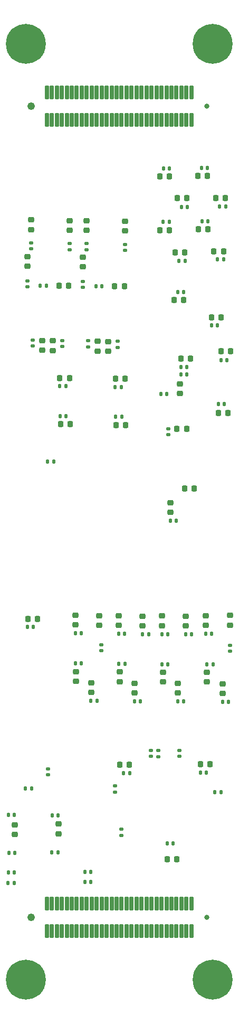
<source format=gbr>
%TF.GenerationSoftware,KiCad,Pcbnew,9.0.4-9.0.4-0~ubuntu22.04.1*%
%TF.CreationDate,2026-01-05T08:42:25-05:00*%
%TF.ProjectId,psc_daughter_brd,7073635f-6461-4756-9768-7465725f6272,rev?*%
%TF.SameCoordinates,Original*%
%TF.FileFunction,Soldermask,Bot*%
%TF.FilePolarity,Negative*%
%FSLAX46Y46*%
G04 Gerber Fmt 4.6, Leading zero omitted, Abs format (unit mm)*
G04 Created by KiCad (PCBNEW 9.0.4-9.0.4-0~ubuntu22.04.1) date 2026-01-05 08:42:25*
%MOMM*%
%LPD*%
G01*
G04 APERTURE LIST*
G04 Aperture macros list*
%AMRoundRect*
0 Rectangle with rounded corners*
0 $1 Rounding radius*
0 $2 $3 $4 $5 $6 $7 $8 $9 X,Y pos of 4 corners*
0 Add a 4 corners polygon primitive as box body*
4,1,4,$2,$3,$4,$5,$6,$7,$8,$9,$2,$3,0*
0 Add four circle primitives for the rounded corners*
1,1,$1+$1,$2,$3*
1,1,$1+$1,$4,$5*
1,1,$1+$1,$6,$7*
1,1,$1+$1,$8,$9*
0 Add four rect primitives between the rounded corners*
20,1,$1+$1,$2,$3,$4,$5,0*
20,1,$1+$1,$4,$5,$6,$7,0*
20,1,$1+$1,$6,$7,$8,$9,0*
20,1,$1+$1,$8,$9,$2,$3,0*%
G04 Aperture macros list end*
%ADD10RoundRect,0.140000X-0.140000X-0.170000X0.140000X-0.170000X0.140000X0.170000X-0.140000X0.170000X0*%
%ADD11RoundRect,0.225000X-0.225000X-0.250000X0.225000X-0.250000X0.225000X0.250000X-0.225000X0.250000X0*%
%ADD12RoundRect,0.140000X0.140000X0.170000X-0.140000X0.170000X-0.140000X-0.170000X0.140000X-0.170000X0*%
%ADD13RoundRect,0.225000X0.250000X-0.225000X0.250000X0.225000X-0.250000X0.225000X-0.250000X-0.225000X0*%
%ADD14RoundRect,0.225000X-0.250000X0.225000X-0.250000X-0.225000X0.250000X-0.225000X0.250000X0.225000X0*%
%ADD15RoundRect,0.140000X-0.170000X0.140000X-0.170000X-0.140000X0.170000X-0.140000X0.170000X0.140000X0*%
%ADD16RoundRect,0.225000X0.225000X0.250000X-0.225000X0.250000X-0.225000X-0.250000X0.225000X-0.250000X0*%
%ADD17C,3.600000*%
%ADD18C,6.400000*%
%ADD19RoundRect,0.140000X0.170000X-0.140000X0.170000X0.140000X-0.170000X0.140000X-0.170000X-0.140000X0*%
%ADD20C,0.830000*%
%ADD21C,1.230000*%
%ADD22RoundRect,0.102000X0.250000X1.000000X-0.250000X1.000000X-0.250000X-1.000000X0.250000X-1.000000X0*%
G04 APERTURE END LIST*
D10*
%TO.C,C108*%
X145290000Y-130430000D03*
X146250000Y-130430000D03*
%TD*%
D11*
%TO.C,C106*%
X145345000Y-129140000D03*
X146895000Y-129140000D03*
%TD*%
D12*
%TO.C,C104*%
X143250000Y-166700000D03*
X142290000Y-166700000D03*
%TD*%
D10*
%TO.C,C102*%
X144990000Y-156370000D03*
X145950000Y-156370000D03*
%TD*%
%TO.C,C87*%
X163765000Y-131608150D03*
X164725000Y-131608150D03*
%TD*%
%TO.C,C81*%
X159950000Y-136373150D03*
X160910000Y-136373150D03*
%TD*%
D13*
%TO.C,C80*%
X162480000Y-141023150D03*
X162480000Y-139473150D03*
%TD*%
D10*
%TO.C,C82*%
X162450000Y-142373150D03*
X163410000Y-142373150D03*
%TD*%
D13*
%TO.C,C84*%
X163745000Y-130258150D03*
X163745000Y-128708150D03*
%TD*%
D10*
%TO.C,C86*%
X159915000Y-131558150D03*
X160875000Y-131558150D03*
%TD*%
D13*
%TO.C,C79*%
X159945000Y-130208150D03*
X159945000Y-128658150D03*
%TD*%
D14*
%TO.C,C83*%
X160080000Y-137673150D03*
X160080000Y-139223150D03*
%TD*%
D10*
%TO.C,C5*%
X170700000Y-131650000D03*
X171660000Y-131650000D03*
%TD*%
%TO.C,C4*%
X166885000Y-136415000D03*
X167845000Y-136415000D03*
%TD*%
D13*
%TO.C,C3*%
X169415000Y-141065000D03*
X169415000Y-139515000D03*
%TD*%
D10*
%TO.C,C10*%
X169385000Y-142415000D03*
X170345000Y-142415000D03*
%TD*%
D13*
%TO.C,C7*%
X170680000Y-130300000D03*
X170680000Y-128750000D03*
%TD*%
D10*
%TO.C,C9*%
X166850000Y-131600000D03*
X167810000Y-131600000D03*
%TD*%
D13*
%TO.C,C2*%
X166880000Y-130250000D03*
X166880000Y-128700000D03*
%TD*%
D14*
%TO.C,C6*%
X167015000Y-137715000D03*
X167015000Y-139265000D03*
%TD*%
D13*
%TO.C,C126*%
X154162500Y-72737500D03*
X154162500Y-71187500D03*
%TD*%
D15*
%TO.C,C139*%
X159762500Y-84662500D03*
X159762500Y-85622500D03*
%TD*%
%TO.C,C174*%
X150846500Y-84548300D03*
X150846500Y-85508300D03*
%TD*%
D11*
%TO.C,C145*%
X159512500Y-98062500D03*
X161062500Y-98062500D03*
%TD*%
D10*
%TO.C,C181*%
X150546500Y-96648300D03*
X151506500Y-96648300D03*
%TD*%
D15*
%TO.C,C138*%
X155062500Y-84582500D03*
X155062500Y-85542500D03*
%TD*%
%TO.C,C158*%
X152046500Y-68988300D03*
X152046500Y-69948300D03*
%TD*%
D11*
%TO.C,C156*%
X150371500Y-75748300D03*
X151921500Y-75748300D03*
%TD*%
D15*
%TO.C,C173*%
X146146500Y-84468300D03*
X146146500Y-85428300D03*
%TD*%
D13*
%TO.C,C119*%
X154762500Y-66862500D03*
X154762500Y-65312500D03*
%TD*%
D12*
%TO.C,C130*%
X157222500Y-75862500D03*
X156262500Y-75862500D03*
%TD*%
D14*
%TO.C,C136*%
X156562500Y-84662500D03*
X156562500Y-86212500D03*
%TD*%
D12*
%TO.C,C165*%
X148306500Y-75748300D03*
X147346500Y-75748300D03*
%TD*%
D13*
%TO.C,C121*%
X160962500Y-66962500D03*
X160962500Y-65412500D03*
%TD*%
D11*
%TO.C,C127*%
X159287500Y-75862500D03*
X160837500Y-75862500D03*
%TD*%
D13*
%TO.C,C161*%
X145846500Y-66748300D03*
X145846500Y-65198300D03*
%TD*%
D15*
%TO.C,C163*%
X145846500Y-68888300D03*
X145846500Y-69848300D03*
%TD*%
D13*
%TO.C,C154*%
X145246500Y-72623300D03*
X145246500Y-71073300D03*
%TD*%
D10*
%TO.C,C144*%
X159382500Y-91962500D03*
X160342500Y-91962500D03*
%TD*%
%TO.C,C146*%
X159462500Y-96762500D03*
X160422500Y-96762500D03*
%TD*%
D15*
%TO.C,C123*%
X160962500Y-69102500D03*
X160962500Y-70062500D03*
%TD*%
%TO.C,C152*%
X145246500Y-74968300D03*
X145246500Y-75928300D03*
%TD*%
D10*
%TO.C,C179*%
X150466500Y-91848300D03*
X151426500Y-91848300D03*
%TD*%
D15*
%TO.C,C128*%
X154162500Y-75082500D03*
X154162500Y-76042500D03*
%TD*%
D14*
%TO.C,C137*%
X158262500Y-84687500D03*
X158262500Y-86237500D03*
%TD*%
%TO.C,C172*%
X149346500Y-84573300D03*
X149346500Y-86123300D03*
%TD*%
D15*
%TO.C,C117*%
X154762500Y-69002500D03*
X154762500Y-69962500D03*
%TD*%
D11*
%TO.C,C143*%
X159387500Y-90662500D03*
X160937500Y-90662500D03*
%TD*%
D13*
%TO.C,C162*%
X152046500Y-66848300D03*
X152046500Y-65298300D03*
%TD*%
D14*
%TO.C,C171*%
X147646500Y-84548300D03*
X147646500Y-86098300D03*
%TD*%
D11*
%TO.C,C180*%
X150596500Y-97948300D03*
X152146500Y-97948300D03*
%TD*%
%TO.C,C178*%
X150471500Y-90548300D03*
X152021500Y-90548300D03*
%TD*%
D16*
%TO.C,C32*%
X172056500Y-108225000D03*
X170506500Y-108225000D03*
%TD*%
D12*
%TO.C,C99*%
X161680000Y-153880000D03*
X160720000Y-153880000D03*
%TD*%
D10*
%TO.C,C67*%
X167690000Y-165150000D03*
X168650000Y-165150000D03*
%TD*%
D17*
%TO.C,MT2*%
X145000000Y-187000000D03*
D18*
X145000000Y-187000000D03*
%TD*%
D17*
%TO.C,MT4*%
X175000000Y-37000000D03*
D18*
X175000000Y-37000000D03*
%TD*%
D10*
%TO.C,C64*%
X173045000Y-153825000D03*
X174005000Y-153825000D03*
%TD*%
D11*
%TO.C,C57*%
X173050000Y-152425000D03*
X174600000Y-152425000D03*
%TD*%
%TO.C,C66*%
X167725000Y-167730000D03*
X169275000Y-167730000D03*
%TD*%
D17*
%TO.C,MT3*%
X175000000Y-187000000D03*
D18*
X175000000Y-187000000D03*
%TD*%
D16*
%TO.C,C98*%
X161650000Y-152525000D03*
X160100000Y-152525000D03*
%TD*%
D17*
%TO.C,MT1*%
X145000000Y-37000000D03*
D18*
X145000000Y-37000000D03*
%TD*%
D10*
%TO.C,C58*%
X175375000Y-156900000D03*
X176335000Y-156900000D03*
%TD*%
D12*
%TO.C,C47*%
X168061500Y-56925000D03*
X167101500Y-56925000D03*
%TD*%
D10*
%TO.C,C76*%
X174105000Y-136415000D03*
X175065000Y-136415000D03*
%TD*%
D16*
%TO.C,C40*%
X177056500Y-61725000D03*
X175506500Y-61725000D03*
%TD*%
%TO.C,C23*%
X170356500Y-78025000D03*
X168806500Y-78025000D03*
%TD*%
D12*
%TO.C,C37*%
X174241500Y-65425000D03*
X173281500Y-65425000D03*
%TD*%
D10*
%TO.C,C20*%
X169915000Y-88775000D03*
X170875000Y-88775000D03*
%TD*%
%TO.C,C191*%
X154490000Y-169750000D03*
X155450000Y-169750000D03*
%TD*%
D15*
%TO.C,C97*%
X157125000Y-133315000D03*
X157125000Y-134275000D03*
%TD*%
%TO.C,C13*%
X167925000Y-98690000D03*
X167925000Y-99650000D03*
%TD*%
D14*
%TO.C,C15*%
X169775000Y-91500000D03*
X169775000Y-93050000D03*
%TD*%
D13*
%TO.C,C89*%
X152980000Y-130133150D03*
X152980000Y-128583150D03*
%TD*%
D19*
%TO.C,C65*%
X159340000Y-156900000D03*
X159340000Y-155940000D03*
%TD*%
D11*
%TO.C,C17*%
X176375000Y-86275000D03*
X177925000Y-86275000D03*
%TD*%
D16*
%TO.C,C43*%
X168056500Y-58225000D03*
X166506500Y-58225000D03*
%TD*%
D10*
%TO.C,C49*%
X168200000Y-113450000D03*
X169160000Y-113450000D03*
%TD*%
D19*
%TO.C,C55*%
X166320000Y-151230000D03*
X166320000Y-150270000D03*
%TD*%
D11*
%TO.C,C22*%
X174806500Y-80825000D03*
X176356500Y-80825000D03*
%TD*%
D10*
%TO.C,C91*%
X152950000Y-131483150D03*
X153910000Y-131483150D03*
%TD*%
D14*
%TO.C,C187*%
X143250000Y-162150000D03*
X143250000Y-163700000D03*
%TD*%
D19*
%TO.C,C184*%
X148600000Y-154160000D03*
X148600000Y-153200000D03*
%TD*%
D10*
%TO.C,C71*%
X173905000Y-131515000D03*
X174865000Y-131515000D03*
%TD*%
D12*
%TO.C,C190*%
X150160000Y-166578150D03*
X149200000Y-166578150D03*
%TD*%
D16*
%TO.C,C30*%
X170556500Y-70425000D03*
X169006500Y-70425000D03*
%TD*%
D15*
%TO.C,C72*%
X177800000Y-133375000D03*
X177800000Y-134335000D03*
%TD*%
D12*
%TO.C,C34*%
X176761500Y-71525000D03*
X175801500Y-71525000D03*
%TD*%
D10*
%TO.C,C164*%
X148520000Y-103900000D03*
X149480000Y-103900000D03*
%TD*%
%TO.C,C16*%
X169925000Y-89975000D03*
X170885000Y-89975000D03*
%TD*%
D16*
%TO.C,C28*%
X176756500Y-70225000D03*
X175206500Y-70225000D03*
%TD*%
D14*
%TO.C,C194*%
X150250000Y-162050000D03*
X150250000Y-163600000D03*
%TD*%
D13*
%TO.C,C90*%
X155515000Y-140948150D03*
X155515000Y-139398150D03*
%TD*%
%TO.C,C94*%
X156780000Y-130183150D03*
X156780000Y-128633150D03*
%TD*%
D14*
%TO.C,C73*%
X174085000Y-137715000D03*
X174085000Y-139265000D03*
%TD*%
D12*
%TO.C,C39*%
X168041500Y-65525000D03*
X167081500Y-65525000D03*
%TD*%
D16*
%TO.C,C42*%
X174156500Y-58125000D03*
X172606500Y-58125000D03*
%TD*%
%TO.C,C33*%
X168056500Y-66825000D03*
X166506500Y-66825000D03*
%TD*%
D12*
%TO.C,C25*%
X170361500Y-76725000D03*
X169401500Y-76725000D03*
%TD*%
D11*
%TO.C,C11*%
X169275000Y-98650000D03*
X170825000Y-98650000D03*
%TD*%
D10*
%TO.C,C92*%
X155485000Y-142298150D03*
X156445000Y-142298150D03*
%TD*%
D13*
%TO.C,C70*%
X177785000Y-130165000D03*
X177785000Y-128615000D03*
%TD*%
D10*
%TO.C,C189*%
X154520000Y-171300000D03*
X155480000Y-171300000D03*
%TD*%
D11*
%TO.C,C18*%
X169900000Y-87425000D03*
X171450000Y-87425000D03*
%TD*%
D10*
%TO.C,C77*%
X176605000Y-142465000D03*
X177565000Y-142465000D03*
%TD*%
D19*
%TO.C,C53*%
X165100000Y-151210000D03*
X165100000Y-150250000D03*
%TD*%
D12*
%TO.C,C192*%
X150222500Y-160627750D03*
X149262500Y-160627750D03*
%TD*%
D14*
%TO.C,C93*%
X153115000Y-137598150D03*
X153115000Y-139148150D03*
%TD*%
D12*
%TO.C,C183*%
X143180000Y-169800000D03*
X142220000Y-169800000D03*
%TD*%
%TO.C,C185*%
X143186600Y-160621850D03*
X142226600Y-160621850D03*
%TD*%
D16*
%TO.C,C31*%
X174231500Y-66725000D03*
X172681500Y-66725000D03*
%TD*%
D10*
%TO.C,C19*%
X176345000Y-87650000D03*
X177305000Y-87650000D03*
%TD*%
D12*
%TO.C,C46*%
X174161500Y-56825000D03*
X173201500Y-56825000D03*
%TD*%
%TO.C,C44*%
X177081500Y-63025000D03*
X176121500Y-63025000D03*
%TD*%
D19*
%TO.C,C56*%
X169675000Y-151210000D03*
X169675000Y-150250000D03*
%TD*%
D10*
%TO.C,C14*%
X175895000Y-94725000D03*
X176855000Y-94725000D03*
%TD*%
D12*
%TO.C,C182*%
X143150000Y-171534100D03*
X142190000Y-171534100D03*
%TD*%
D13*
%TO.C,C69*%
X173935000Y-130215000D03*
X173935000Y-128665000D03*
%TD*%
D20*
%TO.C,J2*%
X174100000Y-177000000D03*
D21*
X145900000Y-177000000D03*
D22*
X148400000Y-174800000D03*
X148400000Y-179200000D03*
X149200000Y-174800000D03*
X149200000Y-179200000D03*
X150000000Y-174800000D03*
X150000000Y-179200000D03*
X150800000Y-174800000D03*
X150800000Y-179200000D03*
X151600000Y-174800000D03*
X151600000Y-179200000D03*
X152400000Y-174800000D03*
X152400000Y-179200000D03*
X153200000Y-174800000D03*
X153200000Y-179200000D03*
X154000000Y-174800000D03*
X154000000Y-179200000D03*
X154800000Y-174800000D03*
X154800000Y-179200000D03*
X155600000Y-174800000D03*
X155600000Y-179200000D03*
X156400000Y-174800000D03*
X156400000Y-179200000D03*
X157200000Y-174800000D03*
X157200000Y-179200000D03*
X158000000Y-174800000D03*
X158000000Y-179200000D03*
X158800000Y-174800000D03*
X158800000Y-179200000D03*
X159600000Y-174800000D03*
X159600000Y-179200000D03*
X160400000Y-174800000D03*
X160400000Y-179200000D03*
X161200000Y-174800000D03*
X161200000Y-179200000D03*
X162000000Y-174800000D03*
X162000000Y-179200000D03*
X162800000Y-174800000D03*
X162800000Y-179200000D03*
X163600000Y-174800000D03*
X163600000Y-179200000D03*
X164400000Y-174800000D03*
X164400000Y-179200000D03*
X165200000Y-174800000D03*
X165200000Y-179200000D03*
X166000000Y-174800000D03*
X166000000Y-179200000D03*
X166800000Y-174800000D03*
X166800000Y-179200000D03*
X167600000Y-174800000D03*
X167600000Y-179200000D03*
X168400000Y-174800000D03*
X168400000Y-179200000D03*
X169200000Y-174800000D03*
X169200000Y-179200000D03*
X170000000Y-174800000D03*
X170000000Y-179200000D03*
X170800000Y-174800000D03*
X170800000Y-179200000D03*
X171600000Y-174800000D03*
X171600000Y-179200000D03*
%TD*%
D11*
%TO.C,C12*%
X175925000Y-96125000D03*
X177475000Y-96125000D03*
%TD*%
D10*
%TO.C,C24*%
X174821500Y-82125000D03*
X175781500Y-82125000D03*
%TD*%
D12*
%TO.C,C45*%
X170981500Y-63125000D03*
X170021500Y-63125000D03*
%TD*%
D10*
%TO.C,C29*%
X166720000Y-93075000D03*
X167680000Y-93075000D03*
%TD*%
D16*
%TO.C,C41*%
X170856500Y-61725000D03*
X169306500Y-61725000D03*
%TD*%
D13*
%TO.C,C74*%
X176585000Y-141115000D03*
X176585000Y-139565000D03*
%TD*%
D12*
%TO.C,C36*%
X170561500Y-71725000D03*
X169601500Y-71725000D03*
%TD*%
D10*
%TO.C,C96*%
X152985000Y-136298150D03*
X153945000Y-136298150D03*
%TD*%
D13*
%TO.C,C48*%
X168200000Y-112100000D03*
X168200000Y-110550000D03*
%TD*%
D20*
%TO.C,J1*%
X174100000Y-47000000D03*
D21*
X145900000Y-47000000D03*
D22*
X148400000Y-44800000D03*
X148400000Y-49200000D03*
X149200000Y-44800000D03*
X149200000Y-49200000D03*
X150000000Y-44800000D03*
X150000000Y-49200000D03*
X150800000Y-44800000D03*
X150800000Y-49200000D03*
X151600000Y-44800000D03*
X151600000Y-49200000D03*
X152400000Y-44800000D03*
X152400000Y-49200000D03*
X153200000Y-44800000D03*
X153200000Y-49200000D03*
X154000000Y-44800000D03*
X154000000Y-49200000D03*
X154800000Y-44800000D03*
X154800000Y-49200000D03*
X155600000Y-44800000D03*
X155600000Y-49200000D03*
X156400000Y-44800000D03*
X156400000Y-49200000D03*
X157200000Y-44800000D03*
X157200000Y-49200000D03*
X158000000Y-44800000D03*
X158000000Y-49200000D03*
X158800000Y-44800000D03*
X158800000Y-49200000D03*
X159600000Y-44800000D03*
X159600000Y-49200000D03*
X160400000Y-44800000D03*
X160400000Y-49200000D03*
X161200000Y-44800000D03*
X161200000Y-49200000D03*
X162000000Y-44800000D03*
X162000000Y-49200000D03*
X162800000Y-44800000D03*
X162800000Y-49200000D03*
X163600000Y-44800000D03*
X163600000Y-49200000D03*
X164400000Y-44800000D03*
X164400000Y-49200000D03*
X165200000Y-44800000D03*
X165200000Y-49200000D03*
X166000000Y-44800000D03*
X166000000Y-49200000D03*
X166800000Y-44800000D03*
X166800000Y-49200000D03*
X167600000Y-44800000D03*
X167600000Y-49200000D03*
X168400000Y-44800000D03*
X168400000Y-49200000D03*
X169200000Y-44800000D03*
X169200000Y-49200000D03*
X170000000Y-44800000D03*
X170000000Y-49200000D03*
X170800000Y-44800000D03*
X170800000Y-49200000D03*
X171600000Y-44800000D03*
X171600000Y-49200000D03*
%TD*%
D15*
%TO.C,C54*%
X160350000Y-162910000D03*
X160350000Y-163870000D03*
%TD*%
M02*

</source>
